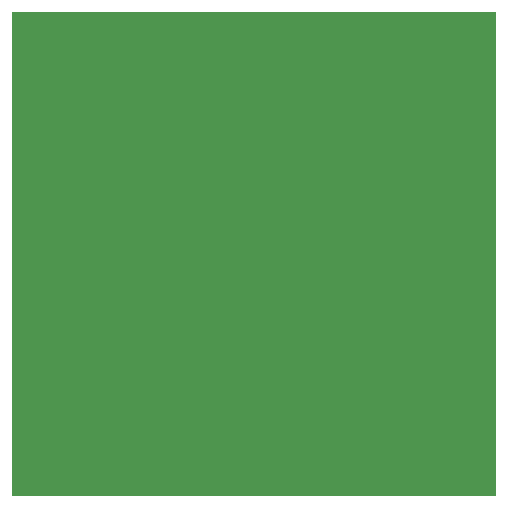
<source format=gbr>
G04 ===== Begin FILE IDENTIFICATION =====*
G04 File Format:  Gerber RS274X*
G04 ===== End FILE IDENTIFICATION =====*
%FSLAX24Y24*%
%MOIN*%
%SFA1.0000B1.0000*%
%OFA0.0B0.0*%
%ADD14R,1.614173X1.614173*%
%LNcond2*%
%IPPOS*%
%LPD*%
G75*
D14*
X6575Y-1772D03*
M02*


</source>
